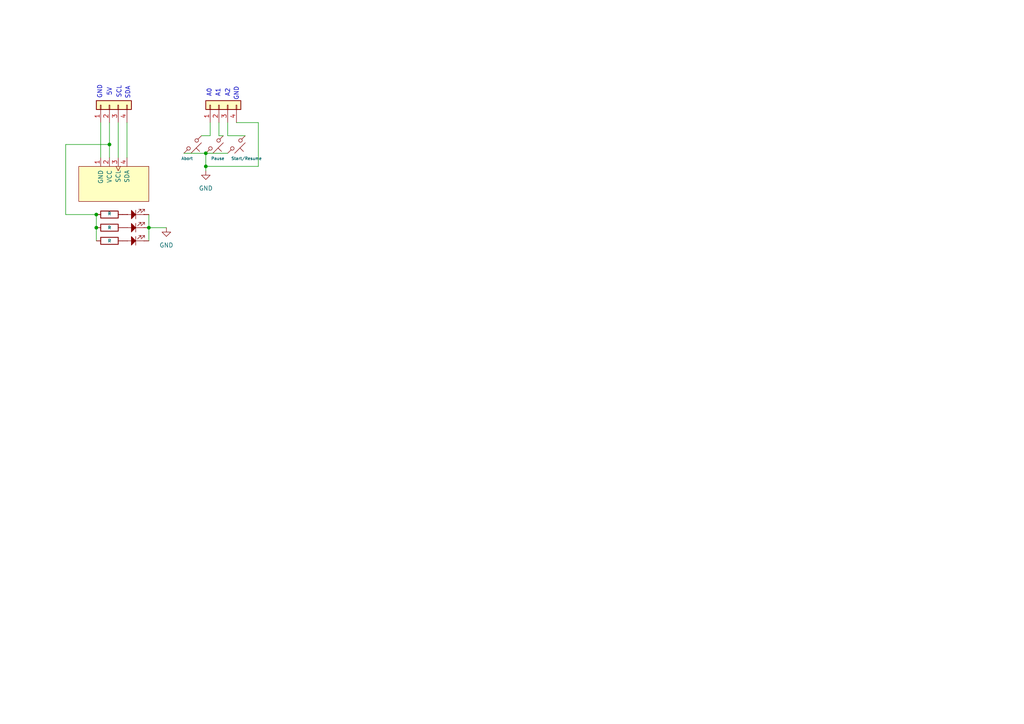
<source format=kicad_sch>
(kicad_sch (version 20250114) (generator "eeschema") (generator_version "9.0")
  (paper "A4")
  (lib_symbols
    (symbol "Connector_Generic:Conn_01x04" (pin_names (offset 1.016) (hide yes))
      (property "Reference" "J" (at 0 5.08 0))
      (property "Value" "Conn_01x04" (at 0 -7.62 0))
      (symbol "Conn_01x04_1_1"
        (rectangle (start -1.27 3.81) (end 1.27 -6.35) (stroke (width 0.254)) (fill (type background)))
        (rectangle (start -1.27 2.667) (end 0 2.413) (stroke (width 0.1524)))
        (rectangle (start -1.27 0.127) (end 0 -0.127) (stroke (width 0.1524)))
        (rectangle (start -1.27 -2.413) (end 0 -2.667) (stroke (width 0.1524)))
        (rectangle (start -1.27 -4.953) (end 0 -5.207) (stroke (width 0.1524)))
        (pin passive line (at -5.08 2.54 0) (length 3.81) (name "Pin_1") (number "1"))
        (pin passive line (at -5.08 0 0) (length 3.81) (name "Pin_2") (number "2"))
        (pin passive line (at -5.08 -2.54 0) (length 3.81) (name "Pin_3") (number "3"))
        (pin passive line (at -5.08 -5.08 0) (length 3.81) (name "Pin_4") (number "4"))
      )
    )
    (symbol "Device:R" (pin_numbers (hide yes)) (pin_names (offset 0))
      (property "Reference" "R" (at 2.032 0 90))
      (property "Value" "R" (at 0 0 90))
      (symbol "R_0_1"
        (rectangle (start -1.016 -2.54) (end 1.016 2.54) (stroke (width 0.254)))
      )
      (symbol "R_1_1"
        (pin passive line (at 0 3.81 270) (length 1.27) (name "~") (number "1"))
        (pin passive line (at 0 -3.81 90) (length 1.27) (name "~") (number "2"))
      )
    )
    (symbol "PCM_SL_Devices:LED"
      (property "Reference" "D" (at -0.508 5.334 0))
      (property "Value" "LED" (at -0.508 2.794 0))
      (symbol "LED_0_1"
        (polyline (pts (xy -1.27 0) (xy -2.54 0)))
        (polyline (pts (xy 0 1.27) (xy 0 -1.27)))
        (polyline (pts (xy 0 0) (xy -1.27 -1.27) (xy -1.27 1.27) (xy 0 0) (xy 1.27 0)) (fill (type outline)))
        (polyline (pts (xy 0.508 0.508) (xy 1.524 1.524)))
        (polyline (pts (xy 1.27 0) (xy 2.54 0)))
        (polyline (pts (xy 1.524 1.524) (xy 0.889 1.524)))
        (polyline (pts (xy 1.524 1.524) (xy 1.524 0.889)))
        (polyline (pts (xy 1.524 0.508) (xy 2.54 1.524)))
        (polyline (pts (xy 2.54 1.524) (xy 1.905 1.524)))
        (polyline (pts (xy 2.54 1.524) (xy 2.54 0.889)))
      )
      (symbol "LED_1_1"
        (pin passive line (at -3.81 0 0) (length 1.5) (name "") (number "2"))
        (pin passive line (at 3.81 0 180) (length 1.5) (name "~") (number "1"))
      )
    )
    (symbol "ScottoKeebs:OLED_128x64" (pin_names (offset 1.016))
      (property "Reference" "J" (at 0 -11.43 0))
      (property "Value" "OLED_128x64" (at 0 -7.62 0))
      (symbol "OLED_128x64_0_1"
        (rectangle (start 10.16 -10.16) (end -10.16 0) (fill (type background)))
      )
      (symbol "OLED_128x64_1_1"
        (pin power_in line (at -3.81 2.54 270) (length 2.54) (name "GND") (number "1"))
        (pin power_in line (at -1.27 2.54 270) (length 2.54) (name "VCC") (number "2"))
        (pin input clock (at 1.27 2.54 270) (length 2.54) (name "SCL") (number "3"))
        (pin bidirectional line (at 3.81 2.54 270) (length 2.54) (name "SDA") (number "4"))
      )
    )
    (symbol "Switch:SW_Push_45deg" (pin_numbers (hide yes)) (pin_names (offset 1.016) (hide yes))
      (property "Reference" "SW" (at 3.048 1.016 0))
      (property "Value" "SW_Push_45deg" (at 0 -3.81 0))
      (symbol "SW_Push_45deg_0_1"
        (polyline (pts (xy -2.54 2.54) (xy -1.524 1.524) (xy -1.524 1.524)))
        (circle (center -1.1684 1.1684) (radius 0.508))
        (polyline (pts (xy -0.508 2.54) (xy 2.54 -0.508)))
        (polyline (pts (xy 1.016 1.016) (xy 2.032 2.032)))
        (circle (center 1.143 -1.1938) (radius 0.508))
        (polyline (pts (xy 1.524 -1.524) (xy 2.54 -2.54) (xy 2.54 -2.54) (xy 2.54 -2.54)))
        (pin passive line (at -2.54 2.54 0) (length 0) (name "1") (number "1"))
        (pin passive line (at 2.54 -2.54 180) (length 0) (name "2") (number "2"))
      )
    )
    (symbol "power:GND" (power) (pin_numbers (hide yes)) (pin_names (offset 0) (hide yes))
      (property "Value" "GND" (at 0 -3.81 0))
      (symbol "GND_0_1"
        (polyline (pts (xy 0 0) (xy 0 -1.27) (xy 1.27 -1.27) (xy 0 -2.54) (xy -1.27 -1.27) (xy 0 -1.27)))
      )
      (symbol "GND_1_1"
        (pin power_in line (at 0 0 270) (length 0) (name "~") (number "1"))
      )
    )
  )
  (text "SCL" (at 34.544 26.67 90) (effects (font (size 1.27 1.27))))
  (text "GND" (at 28.956 26.67 90) (effects (font (size 1.27 1.27))))
  (text "GND" (at 68.58 27.178 90) (effects (font (size 1.27 1.27))))
  (text "A2" (at 66.04 26.924 90) (effects (font (size 1.27 1.27))))
  (text "5V\n" (at 31.75 26.67 90) (effects (font (size 1.27 1.27))))
  (text "A1" (at 63.246 26.924 90) (effects (font (size 1.27 1.27))))
  (text "A0\n" (at 60.706 26.924 90) (effects (font (size 1.27 1.27))))
  (text "SDA" (at 37.084 26.924 90) (effects (font (size 1.27 1.27))))
  (junction (at 43.18 66.04))
  (junction (at 27.94 62.23))
  (junction (at 31.75 41.91))
  (junction (at 59.69 44.45))
  (junction (at 59.69 48.26))
  (junction (at 27.94 66.04))
  (wire (pts (xy 60.96 39.37) (xy 60.96 35.56)))
  (wire (pts (xy 43.18 66.04) (xy 48.26 66.04)))
  (wire (pts (xy 29.21 35.56) (xy 29.21 45.72)))
  (wire (pts (xy 36.83 35.56) (xy 36.83 45.72)))
  (wire (pts (xy 66.04 35.56) (xy 66.04 39.37)))
  (wire (pts (xy 31.75 41.91) (xy 31.75 45.72)))
  (wire (pts (xy 27.94 62.23) (xy 27.94 66.04)))
  (wire (pts (xy 66.04 39.37) (xy 71.12 39.37)))
  (wire (pts (xy 58.42 39.37) (xy 60.96 39.37)))
  (wire (pts (xy 59.69 44.45) (xy 66.04 44.45)))
  (wire (pts (xy 63.5 39.37) (xy 64.77 39.37)))
  (wire (pts (xy 59.69 48.26) (xy 74.93 48.26)))
  (wire (pts (xy 63.5 35.56) (xy 63.5 39.37)))
  (wire (pts (xy 53.34 44.45) (xy 59.69 44.45)))
  (wire (pts (xy 43.18 62.23) (xy 43.18 66.04)))
  (wire (pts (xy 43.18 66.04) (xy 43.18 69.85)))
  (wire (pts (xy 59.69 48.26) (xy 59.69 49.53)))
  (wire (pts (xy 19.05 41.91) (xy 19.05 62.23)))
  (wire (pts (xy 19.05 62.23) (xy 27.94 62.23)))
  (wire (pts (xy 59.69 44.45) (xy 59.69 48.26)))
  (wire (pts (xy 27.94 66.04) (xy 27.94 69.85)))
  (wire (pts (xy 74.93 48.26) (xy 74.93 35.56)))
  (wire (pts (xy 34.29 35.56) (xy 34.29 45.72)))
  (wire (pts (xy 19.05 41.91) (xy 31.75 41.91)))
  (wire (pts (xy 74.93 35.56) (xy 68.58 35.56)))
  (wire (pts (xy 31.75 35.56) (xy 31.75 41.91)))
  (symbol (lib_id "power:GND") (at 59.69 49.53 0) (unit 1)
    (property "Reference" "#PWR01" (effects (hide yes)))
    (property "Value" "GND" (at 59.69 54.61 0))
    (property "Description" "Power symbol creates a global label with name \"GND\" , ground" (effects (hide yes)))
  )
  (symbol (lib_id "Device:R") (at 31.75 62.23 90) (unit 1)
    (property "Reference" "R1" (effects (hide yes)))
    (property "Value" "R" (at 31.75 61.976 90) (effects (font (size 0.8382 0.8382))))
    (property "Footprint" "Resistor_THT:R_Axial_DIN0207_L6.3mm_D2.5mm_P7.62mm_Horizontal" (effects (hide yes)))
    (property "Description" "Resistor" (effects (hide yes)))
  )
  (symbol (lib_id "power:GND") (at 48.26 66.04 0) (unit 1)
    (property "Reference" "#PWR02" (effects (hide yes)))
    (property "Value" "GND" (at 48.26 71.12 0))
    (property "Description" "Power symbol creates a global label with name \"GND\" , ground" (effects (hide yes)))
  )
  (symbol (lib_id "Switch:SW_Push_45deg") (at 55.88 41.91 270) (unit 1)
    (property "Reference" "SW1" (effects (hide yes)))
    (property "Value" "Abort" (at 52.578 45.974 90) (effects (font (size 0.8382 0.8382)) (justify left)))
    (property "Footprint" "Button_Switch_THT:SW_PUSH_6mm" (effects (hide yes)))
    (property "Description" "Push button switch, normally open, two pins, 45° tilted" (effects (hide yes)))
  )
  (symbol (lib_id "ScottoKeebs:OLED_128x64") (at 33.02 48.26 0) (unit 1)
    (property "Reference" "J4" (effects (hide yes)))
    (property "Value" "OLED_128x64" (effects (hide yes)))
    (property "Footprint" "ScottoKeebs_Components:OLED_128x64" (effects (hide yes)))
  )
  (symbol (lib_id "Connector_Generic:Conn_01x04") (at 63.5 30.48 90) (unit 1)
    (property "Reference" "J2" (effects (hide yes)))
    (property "Value" "Conn_01x04" (effects (hide yes)))
    (property "Footprint" "TerminalBlock_Phoenix:TerminalBlock_Phoenix_PT-1,5-4-3.5-H_1x04_P3.50mm_Horizontal" (effects (hide yes)))
    (property "Description" "Generic connector, single row, 01x04, script generated (kicad-library-utils/schlib/autogen/connector/)" (effects (hide yes)))
  )
  (symbol (lib_id "PCM_SL_Devices:LED") (at 39.37 69.85 0) (unit 1)
    (property "Reference" "D3" (effects (hide yes)))
    (property "Value" "LED" (effects (hide yes)))
    (property "Footprint" "LED_THT:LED_D3.0mm" (effects (hide yes)))
    (property "Description" "Common 5mm diameter LED" (effects (hide yes)))
  )
  (symbol (lib_id "Switch:SW_Push_45deg") (at 62.23 41.91 270) (unit 1)
    (property "Reference" "SW2" (effects (hide yes)))
    (property "Value" "Pause" (at 61.214 45.974 90) (effects (font (size 0.8382 0.8382)) (justify left)))
    (property "Footprint" "Button_Switch_THT:SW_PUSH_6mm" (effects (hide yes)))
    (property "Description" "Push button switch, normally open, two pins, 45° tilted" (effects (hide yes)))
  )
  (symbol (lib_id "Device:R") (at 31.75 66.04 90) (unit 1)
    (property "Reference" "R2" (effects (hide yes)))
    (property "Value" "R" (at 31.75 66.04 90) (effects (font (size 0.8382 0.8382))))
    (property "Footprint" "Resistor_THT:R_Axial_DIN0207_L6.3mm_D2.5mm_P7.62mm_Horizontal" (effects (hide yes)))
    (property "Description" "Resistor" (effects (hide yes)))
  )
  (symbol (lib_id "Switch:SW_Push_45deg") (at 68.58 41.91 270) (unit 1)
    (property "Reference" "SW3" (effects (hide yes)))
    (property "Value" "Start/Resume" (at 67.056 45.974 90) (effects (font (size 0.8382 0.8382)) (justify left)))
    (property "Footprint" "Button_Switch_THT:SW_PUSH_6mm" (effects (hide yes)))
    (property "Description" "Push button switch, normally open, two pins, 45° tilted" (effects (hide yes)))
  )
  (symbol (lib_id "Connector_Generic:Conn_01x04") (at 31.75 30.48 90) (unit 1)
    (property "Reference" "J1" (effects (hide yes)))
    (property "Value" "Conn_01x04" (effects (hide yes)))
    (property "Footprint" "TerminalBlock_Phoenix:TerminalBlock_Phoenix_PT-1,5-4-3.5-H_1x04_P3.50mm_Horizontal" (effects (hide yes)))
    (property "Description" "Generic connector, single row, 01x04, script generated (kicad-library-utils/schlib/autogen/connector/)" (effects (hide yes)))
  )
  (symbol (lib_id "PCM_SL_Devices:LED") (at 39.37 62.23 0) (unit 1)
    (property "Reference" "D1" (effects (hide yes)))
    (property "Value" "LED" (effects (hide yes)))
    (property "Footprint" "LED_THT:LED_D3.0mm" (effects (hide yes)))
    (property "Description" "Common 5mm diameter LED" (effects (hide yes)))
  )
  (symbol (lib_id "Device:R") (at 31.75 69.85 90) (unit 1)
    (property "Reference" "R3" (effects (hide yes)))
    (property "Value" "R" (at 31.75 69.85 90) (effects (font (size 0.8382 0.8382))))
    (property "Footprint" "Resistor_THT:R_Axial_DIN0207_L6.3mm_D2.5mm_P7.62mm_Horizontal" (effects (hide yes)))
    (property "Description" "Resistor" (effects (hide yes)))
  )
  (symbol (lib_id "PCM_SL_Devices:LED") (at 39.37 66.04 0) (unit 1)
    (property "Reference" "D2" (effects (hide yes)))
    (property "Value" "LED" (effects (hide yes)))
    (property "Footprint" "LED_THT:LED_D3.0mm" (effects (hide yes)))
    (property "Description" "Common 5mm diameter LED" (effects (hide yes)))
  )
)
</source>
